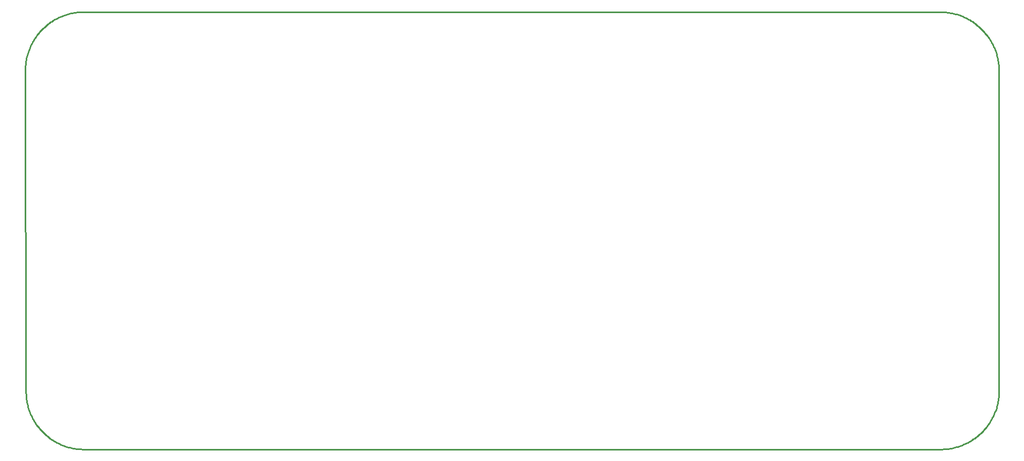
<source format=gm1>
G04*
G04 #@! TF.GenerationSoftware,Altium Limited,Altium Designer,22.0.2 (36)*
G04*
G04 Layer_Color=16711935*
%FSTAX25Y25*%
%MOIN*%
G70*
G04*
G04 #@! TF.SameCoordinates,5FDB733D-D120-4548-BF5C-F3B634D9DF53*
G04*
G04*
G04 #@! TF.FilePolarity,Positive*
G04*
G01*
G75*
%ADD10C,0.01000*%
D10*
X0718Y0409771D02*
X0717987Y0410775D01*
X0717946Y0411779D01*
X071788Y0412781D01*
X0717786Y0413781D01*
X0717666Y0414779D01*
X071752Y0415772D01*
X0717347Y0416762D01*
X0717147Y0417746D01*
X0716922Y0418725D01*
X0716671Y0419698D01*
X0716394Y0420663D01*
X0716091Y0421621D01*
X0715763Y042257D01*
X0715409Y042351D01*
X0715031Y0424441D01*
X0714628Y0425361D01*
X0714201Y042627D01*
X071375Y0427168D01*
X0713275Y0428053D01*
X0712777Y0428925D01*
X0712255Y0429783D01*
X0711711Y0430628D01*
X0711145Y0431457D01*
X0710557Y0432271D01*
X0709947Y043307D01*
X0709316Y0433851D01*
X0708665Y0434616D01*
X0707993Y0435363D01*
X0707302Y0436092D01*
X0706592Y0436802D01*
X0705863Y0437493D01*
X0705116Y0438165D01*
X0704351Y0438816D01*
X070357Y0439447D01*
X0702771Y0440057D01*
X0701957Y0440645D01*
X0701128Y0441211D01*
X0700283Y0441755D01*
X0699425Y0442277D01*
X0698553Y0442775D01*
X0697668Y044325D01*
X069677Y0443701D01*
X0695861Y0444128D01*
X0694941Y0444531D01*
X069401Y0444909D01*
X069307Y0445263D01*
X0692121Y0445591D01*
X0691163Y0445894D01*
X0690198Y0446171D01*
X0689225Y0446422D01*
X0688246Y0446647D01*
X0687262Y0446847D01*
X0686272Y044702D01*
X0685279Y0447166D01*
X0684281Y0447286D01*
X0683281Y044738D01*
X0682279Y0447446D01*
X0681275Y0447487D01*
X0680271Y04475D01*
X01365Y0447488D02*
X0135491Y0447468D01*
X0134484Y044742D01*
X0133478Y0447345D01*
X0132475Y0447243D01*
X0131475Y0447114D01*
X0130479Y0446957D01*
X0129487Y0446774D01*
X0128501Y0446564D01*
X0127521Y0446327D01*
X0126547Y0446064D01*
X0125581Y0445775D01*
X0124624Y0445459D01*
X0123675Y0445118D01*
X0122735Y0444751D01*
X0121806Y0444359D01*
X0120888Y0443942D01*
X0119982Y04435D01*
X0119088Y0443034D01*
X0118206Y0442544D01*
X0117339Y044203D01*
X0116486Y0441492D01*
X0115647Y0440932D01*
X0114824Y0440349D01*
X0114017Y0439745D01*
X0113227Y0439118D01*
X0112454Y0438471D01*
X0111699Y0437803D01*
X0110962Y0437114D01*
X0110244Y0436406D01*
X0109546Y0435678D01*
X0108867Y0434933D01*
X0108209Y0434168D01*
X0107572Y0433387D01*
X0106956Y0432588D01*
X0106362Y0431773D01*
X0105791Y0430942D01*
X0105242Y0430096D01*
X0104716Y0429236D01*
X0104214Y0428362D01*
X0103735Y0427474D01*
X0103281Y0426574D01*
X0102851Y0425661D01*
X0102447Y0424738D01*
X0102067Y0423803D01*
X0101713Y0422859D01*
X0101384Y0421906D01*
X0101082Y0420944D01*
X0100805Y0419974D01*
X0100555Y0418997D01*
X0100332Y0418014D01*
X0100135Y0417025D01*
X0099965Y0416031D01*
X0099822Y0415033D01*
X0099706Y0414031D01*
X0099617Y0413027D01*
X0099556Y041202D01*
X0099522Y0411012D01*
X0099515Y0410004D01*
X01Y0206229D02*
X0100013Y0205234D01*
X0100054Y0204241D01*
X0100121Y0203248D01*
X0100215Y0202258D01*
X0100336Y0201271D01*
X0100484Y0200287D01*
X0100658Y0199308D01*
X0100859Y0198333D01*
X0101086Y0197365D01*
X0101339Y0196403D01*
X0101618Y0195448D01*
X0101923Y0194501D01*
X0102253Y0193563D01*
X0102609Y0192634D01*
X0102989Y0191715D01*
X0103395Y0190807D01*
X0103824Y018991D01*
X0104279Y0189025D01*
X0104756Y0188152D01*
X0105257Y0187293D01*
X0105782Y0186448D01*
X0106329Y0185617D01*
X0106898Y0184801D01*
X0107489Y0184002D01*
X0108102Y0183218D01*
X0108736Y0182451D01*
X010939Y0181702D01*
X0110064Y0180971D01*
X0110758Y0180258D01*
X011147Y0179564D01*
X0112202Y017889D01*
X0112951Y0178235D01*
X0113718Y0177602D01*
X0114502Y0176989D01*
X0115302Y0176398D01*
X0116117Y0175829D01*
X0116948Y0175282D01*
X0117793Y0174758D01*
X0118652Y0174256D01*
X0119525Y0173778D01*
X012041Y0173325D01*
X0121307Y0172895D01*
X0122215Y0172489D01*
X0123134Y0172109D01*
X0124063Y0171753D01*
X0125002Y0171423D01*
X0125948Y0171118D01*
X0126903Y0170839D01*
X0127865Y0170586D01*
X0128833Y0170359D01*
X0129808Y0170158D01*
X0130787Y0169984D01*
X0131771Y0169836D01*
X0132758Y0169715D01*
X0133748Y0169621D01*
X0134741Y0169554D01*
X0135734Y0169513D01*
X0136729Y01695D01*
X0680768D02*
X0681776Y0169514D01*
X0682783Y0169555D01*
X0683789Y0169623D01*
X0684793Y0169718D01*
X0685794Y0169841D01*
X0686791Y0169991D01*
X0687784Y0170167D01*
X0688771Y017037D01*
X0689753Y01706D01*
X0690728Y0170857D01*
X0691696Y017114D01*
X0692656Y0171449D01*
X0693607Y0171784D01*
X0694549Y0172144D01*
X069548Y017253D01*
X0696401Y0172941D01*
X069731Y0173377D01*
X0698208Y0173837D01*
X0699092Y0174321D01*
X0699963Y017483D01*
X070082Y0175361D01*
X0701662Y0175916D01*
X0702489Y0176493D01*
X07033Y0177092D01*
X0704094Y0177713D01*
X0704871Y0178355D01*
X0705631Y0179018D01*
X0706372Y0179702D01*
X0707095Y0180405D01*
X0707798Y0181128D01*
X0708482Y0181869D01*
X0709145Y0182629D01*
X0709787Y0183406D01*
X0710408Y01842D01*
X0711007Y0185011D01*
X0711585Y0185838D01*
X0712139Y018668D01*
X0712671Y0187537D01*
X0713179Y0188408D01*
X0713663Y0189293D01*
X0714123Y019019D01*
X0714559Y0191099D01*
X071497Y019202D01*
X0715356Y0192951D01*
X0715716Y0193893D01*
X0716051Y0194844D01*
X071636Y0195804D01*
X0716643Y0196772D01*
X0716899Y0197747D01*
X071713Y0198729D01*
X0717333Y0199716D01*
X071751Y0200709D01*
X0717659Y0201706D01*
X0717782Y0202707D01*
X0717877Y0203711D01*
X0717945Y0204717D01*
X0717986Y0205724D01*
X0718Y0206732D01*
Y0409771D01*
X0099515Y0410004D02*
X01Y0206239D01*
X0137Y01695D02*
X0681Y01695D01*
X01365Y0447488D02*
X0680271Y04475D01*
X0718Y0409771D02*
X0717987Y0410775D01*
X0717946Y0411779D01*
X071788Y0412781D01*
X0717786Y0413781D01*
X0717666Y0414779D01*
X071752Y0415772D01*
X0717347Y0416762D01*
X0717147Y0417746D01*
X0716922Y0418725D01*
X0716671Y0419698D01*
X0716394Y0420663D01*
X0716091Y0421621D01*
X0715763Y042257D01*
X0715409Y042351D01*
X0715031Y0424441D01*
X0714628Y0425361D01*
X0714201Y042627D01*
X071375Y0427168D01*
X0713275Y0428053D01*
X0712777Y0428925D01*
X0712255Y0429783D01*
X0711711Y0430628D01*
X0711145Y0431457D01*
X0710557Y0432271D01*
X0709947Y043307D01*
X0709316Y0433851D01*
X0708665Y0434616D01*
X0707993Y0435363D01*
X0707302Y0436092D01*
X0706592Y0436802D01*
X0705863Y0437493D01*
X0705116Y0438165D01*
X0704351Y0438816D01*
X070357Y0439447D01*
X0702771Y0440057D01*
X0701957Y0440645D01*
X0701128Y0441211D01*
X0700283Y0441755D01*
X0699425Y0442277D01*
X0698553Y0442775D01*
X0697668Y044325D01*
X069677Y0443701D01*
X0695861Y0444128D01*
X0694941Y0444531D01*
X069401Y0444909D01*
X069307Y0445263D01*
X0692121Y0445591D01*
X0691163Y0445894D01*
X0690198Y0446171D01*
X0689225Y0446422D01*
X0688246Y0446647D01*
X0687262Y0446847D01*
X0686272Y044702D01*
X0685279Y0447166D01*
X0684281Y0447286D01*
X0683281Y044738D01*
X0682279Y0447446D01*
X0681275Y0447487D01*
X0680271Y04475D01*
X01365Y0447488D02*
X0135491Y0447468D01*
X0134484Y044742D01*
X0133478Y0447345D01*
X0132475Y0447243D01*
X0131475Y0447114D01*
X0130479Y0446957D01*
X0129487Y0446774D01*
X0128501Y0446564D01*
X0127521Y0446327D01*
X0126547Y0446064D01*
X0125581Y0445775D01*
X0124624Y0445459D01*
X0123675Y0445118D01*
X0122735Y0444751D01*
X0121806Y0444359D01*
X0120888Y0443942D01*
X0119982Y04435D01*
X0119088Y0443034D01*
X0118206Y0442544D01*
X0117339Y044203D01*
X0116486Y0441492D01*
X0115647Y0440932D01*
X0114824Y0440349D01*
X0114017Y0439745D01*
X0113227Y0439118D01*
X0112454Y0438471D01*
X0111699Y0437803D01*
X0110962Y0437114D01*
X0110244Y0436406D01*
X0109546Y0435678D01*
X0108867Y0434933D01*
X0108209Y0434168D01*
X0107572Y0433387D01*
X0106956Y0432588D01*
X0106362Y0431773D01*
X0105791Y0430942D01*
X0105242Y0430096D01*
X0104716Y0429236D01*
X0104214Y0428362D01*
X0103735Y0427474D01*
X0103281Y0426574D01*
X0102851Y0425661D01*
X0102447Y0424738D01*
X0102067Y0423803D01*
X0101713Y0422859D01*
X0101384Y0421906D01*
X0101082Y0420944D01*
X0100805Y0419974D01*
X0100555Y0418997D01*
X0100332Y0418014D01*
X0100135Y0417025D01*
X0099965Y0416031D01*
X0099822Y0415033D01*
X0099706Y0414031D01*
X0099617Y0413027D01*
X0099556Y041202D01*
X0099522Y0411012D01*
X0099515Y0410004D01*
X01Y0206229D02*
X0100013Y0205234D01*
X0100054Y0204241D01*
X0100121Y0203248D01*
X0100215Y0202258D01*
X0100336Y0201271D01*
X0100484Y0200287D01*
X0100658Y0199308D01*
X0100859Y0198333D01*
X0101086Y0197365D01*
X0101339Y0196403D01*
X0101618Y0195448D01*
X0101923Y0194501D01*
X0102253Y0193563D01*
X0102609Y0192634D01*
X0102989Y0191715D01*
X0103395Y0190807D01*
X0103824Y018991D01*
X0104279Y0189025D01*
X0104756Y0188152D01*
X0105257Y0187293D01*
X0105782Y0186448D01*
X0106329Y0185617D01*
X0106898Y0184801D01*
X0107489Y0184002D01*
X0108102Y0183218D01*
X0108736Y0182451D01*
X010939Y0181702D01*
X0110064Y0180971D01*
X0110758Y0180258D01*
X011147Y0179564D01*
X0112202Y017889D01*
X0112951Y0178235D01*
X0113718Y0177602D01*
X0114502Y0176989D01*
X0115302Y0176398D01*
X0116117Y0175829D01*
X0116948Y0175282D01*
X0117793Y0174758D01*
X0118652Y0174256D01*
X0119525Y0173778D01*
X012041Y0173325D01*
X0121307Y0172895D01*
X0122215Y0172489D01*
X0123134Y0172109D01*
X0124063Y0171753D01*
X0125002Y0171423D01*
X0125948Y0171118D01*
X0126903Y0170839D01*
X0127865Y0170586D01*
X0128833Y0170359D01*
X0129808Y0170158D01*
X0130787Y0169984D01*
X0131771Y0169836D01*
X0132758Y0169715D01*
X0133748Y0169621D01*
X0134741Y0169554D01*
X0135734Y0169513D01*
X0136729Y01695D01*
X0680768D02*
X0681776Y0169514D01*
X0682783Y0169555D01*
X0683789Y0169623D01*
X0684793Y0169718D01*
X0685794Y0169841D01*
X0686791Y0169991D01*
X0687784Y0170167D01*
X0688771Y017037D01*
X0689753Y01706D01*
X0690728Y0170857D01*
X0691696Y017114D01*
X0692656Y0171449D01*
X0693607Y0171784D01*
X0694549Y0172144D01*
X069548Y017253D01*
X0696401Y0172941D01*
X069731Y0173377D01*
X0698208Y0173837D01*
X0699092Y0174321D01*
X0699963Y017483D01*
X070082Y0175361D01*
X0701662Y0175916D01*
X0702489Y0176493D01*
X07033Y0177092D01*
X0704094Y0177713D01*
X0704871Y0178355D01*
X0705631Y0179018D01*
X0706372Y0179702D01*
X0707095Y0180405D01*
X0707798Y0181128D01*
X0708482Y0181869D01*
X0709145Y0182629D01*
X0709787Y0183406D01*
X0710408Y01842D01*
X0711007Y0185011D01*
X0711585Y0185838D01*
X0712139Y018668D01*
X0712671Y0187537D01*
X0713179Y0188408D01*
X0713663Y0189293D01*
X0714123Y019019D01*
X0714559Y0191099D01*
X071497Y019202D01*
X0715356Y0192951D01*
X0715716Y0193893D01*
X0716051Y0194844D01*
X071636Y0195804D01*
X0716643Y0196772D01*
X0716899Y0197747D01*
X071713Y0198729D01*
X0717333Y0199716D01*
X071751Y0200709D01*
X0717659Y0201706D01*
X0717782Y0202707D01*
X0717877Y0203711D01*
X0717945Y0204717D01*
X0717986Y0205724D01*
X0718Y0206732D01*
Y0409771D01*
X0099515Y0410004D02*
X01Y0206239D01*
X0137Y01695D02*
X0681Y01695D01*
X01365Y0447488D02*
X0680271Y04475D01*
M02*

</source>
